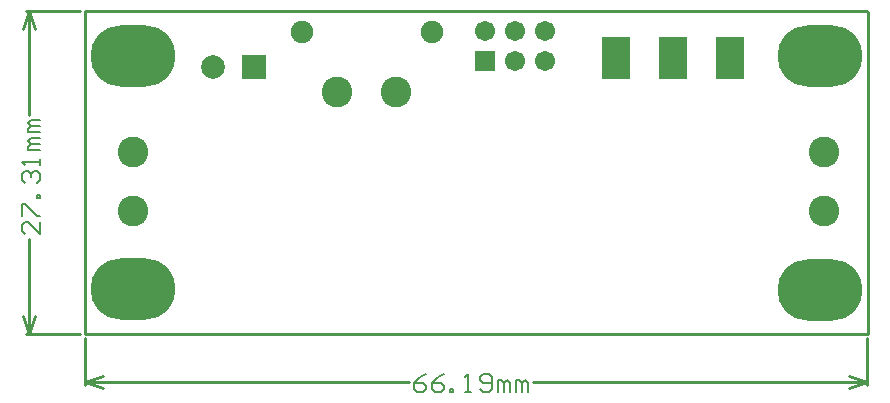
<source format=gbs>
G04*
G04 #@! TF.GenerationSoftware,Altium Limited,Altium Designer,20.2.6 (244)*
G04*
G04 Layer_Color=16711935*
%FSLAX24Y24*%
%MOIN*%
G70*
G04*
G04 #@! TF.SameCoordinates,48E18934-7B2A-4FE3-B34A-5092B9B0F61A*
G04*
G04*
G04 #@! TF.FilePolarity,Negative*
G04*
G01*
G75*
%ADD12C,0.0100*%
%ADD23C,0.0060*%
%ADD60C,0.0749*%
%ADD61C,0.1024*%
%ADD62C,0.0671*%
%ADD63R,0.0671X0.0671*%
%ADD64O,0.2836X0.2049*%
%ADD65R,0.0921X0.1433*%
%ADD66C,0.0789*%
%ADD67R,0.0789X0.0789*%
D12*
X26100Y0D02*
Y10728D01*
X0Y10750D02*
X26059D01*
X0Y0D02*
Y10728D01*
Y0D02*
X26059D01*
X-2050Y600D02*
X-1850Y0D01*
X-1650Y600D01*
X-1850Y10750D02*
X-1650Y10150D01*
X-2050D02*
X-1850Y10750D01*
Y0D02*
Y3156D01*
Y7274D02*
Y10750D01*
X-1950Y0D02*
X-150D01*
X-1950Y10750D02*
X-150D01*
X0Y-1600D02*
X600Y-1400D01*
X0Y-1600D02*
X600Y-1800D01*
X25459D02*
X26059Y-1600D01*
X25459Y-1400D02*
X26059Y-1600D01*
X0D02*
X10810D01*
X14929D02*
X26059D01*
X0Y-1700D02*
Y-150D01*
X26059Y-1700D02*
Y-150D01*
D23*
X-1490Y3715D02*
Y3316D01*
X-1890Y3715D01*
X-1990D01*
X-2090Y3616D01*
Y3416D01*
X-1990Y3316D01*
X-2090Y3915D02*
Y4315D01*
X-1990D01*
X-1590Y3915D01*
X-1490D01*
Y4515D02*
X-1590D01*
Y4615D01*
X-1490D01*
Y4515D01*
X-1990Y5015D02*
X-2090Y5115D01*
Y5315D01*
X-1990Y5415D01*
X-1890D01*
X-1790Y5315D01*
Y5215D01*
Y5315D01*
X-1690Y5415D01*
X-1590D01*
X-1490Y5315D01*
Y5115D01*
X-1590Y5015D01*
X-1490Y5615D02*
Y5815D01*
Y5715D01*
X-2090D01*
X-1990Y5615D01*
X-1490Y6115D02*
X-1890D01*
Y6215D01*
X-1790Y6315D01*
X-1490D01*
X-1790D01*
X-1890Y6415D01*
X-1790Y6515D01*
X-1490D01*
Y6715D02*
X-1890D01*
Y6814D01*
X-1790Y6914D01*
X-1490D01*
X-1790D01*
X-1890Y7014D01*
X-1790Y7114D01*
X-1490D01*
X11370Y-1360D02*
X11170Y-1460D01*
X10970Y-1660D01*
Y-1860D01*
X11070Y-1960D01*
X11270D01*
X11370Y-1860D01*
Y-1760D01*
X11270Y-1660D01*
X10970D01*
X11970Y-1360D02*
X11770Y-1460D01*
X11570Y-1660D01*
Y-1860D01*
X11670Y-1960D01*
X11870D01*
X11970Y-1860D01*
Y-1760D01*
X11870Y-1660D01*
X11570D01*
X12170Y-1960D02*
Y-1860D01*
X12270D01*
Y-1960D01*
X12170D01*
X12670D02*
X12870D01*
X12770D01*
Y-1360D01*
X12670Y-1460D01*
X13169Y-1860D02*
X13269Y-1960D01*
X13469D01*
X13569Y-1860D01*
Y-1460D01*
X13469Y-1360D01*
X13269D01*
X13169Y-1460D01*
Y-1560D01*
X13269Y-1660D01*
X13569D01*
X13769Y-1960D02*
Y-1560D01*
X13869D01*
X13969Y-1660D01*
Y-1960D01*
Y-1660D01*
X14069Y-1560D01*
X14169Y-1660D01*
Y-1960D01*
X14369D02*
Y-1560D01*
X14469D01*
X14569Y-1660D01*
Y-1960D01*
Y-1660D01*
X14669Y-1560D01*
X14769Y-1660D01*
Y-1960D01*
D60*
X7250Y10046D02*
D03*
X11581D02*
D03*
D61*
X10368Y8046D02*
D03*
X8400D02*
D03*
X1600Y6048D02*
D03*
Y4080D02*
D03*
X24650Y6048D02*
D03*
Y4080D02*
D03*
D62*
X15350Y10100D02*
D03*
Y9100D02*
D03*
X14350Y10100D02*
D03*
Y9100D02*
D03*
X13350Y10100D02*
D03*
D63*
Y9100D02*
D03*
D64*
X1600Y1476D02*
D03*
Y9252D02*
D03*
X24500Y9250D02*
D03*
Y1450D02*
D03*
D65*
X21490Y9200D02*
D03*
X19600D02*
D03*
X17710D02*
D03*
D66*
X4272Y8900D02*
D03*
D67*
X5650D02*
D03*
M02*

</source>
